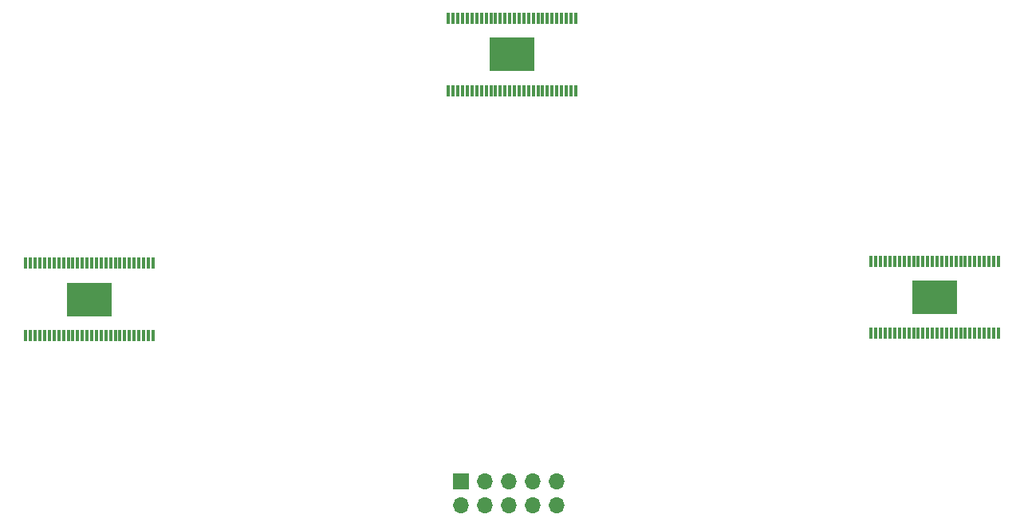
<source format=gbr>
%TF.GenerationSoftware,KiCad,Pcbnew,(5.1.10)-1*%
%TF.CreationDate,2021-06-01T20:39:27-04:00*%
%TF.ProjectId,HabitTracker - Copy (2),48616269-7454-4726-9163-6b6572202d20,rev?*%
%TF.SameCoordinates,Original*%
%TF.FileFunction,Soldermask,Bot*%
%TF.FilePolarity,Negative*%
%FSLAX46Y46*%
G04 Gerber Fmt 4.6, Leading zero omitted, Abs format (unit mm)*
G04 Created by KiCad (PCBNEW (5.1.10)-1) date 2021-06-01 20:39:27*
%MOMM*%
%LPD*%
G01*
G04 APERTURE LIST*
%ADD10R,4.700001X3.610000*%
%ADD11R,0.299999X1.270000*%
%ADD12R,1.700000X1.700000*%
%ADD13O,1.700000X1.700000*%
G04 APERTURE END LIST*
D10*
%TO.C,U2*%
X155025000Y-104500000D03*
D11*
X148275014Y-108322700D03*
X148775012Y-108322700D03*
X149275012Y-108322700D03*
X149775010Y-108322700D03*
X150275010Y-108322700D03*
X150775009Y-108322700D03*
X151275008Y-108322700D03*
X151775006Y-108322700D03*
X152275006Y-108322700D03*
X152775004Y-108322700D03*
X153275004Y-108322700D03*
X153775003Y-108322700D03*
X154275002Y-108322700D03*
X154775000Y-108322700D03*
X155275000Y-108322700D03*
X155774998Y-108322700D03*
X156274997Y-108322700D03*
X156774996Y-108322700D03*
X157274996Y-108322700D03*
X157774994Y-108322700D03*
X158274994Y-108322700D03*
X158774992Y-108322700D03*
X159274991Y-108322700D03*
X159774990Y-108322700D03*
X160274990Y-108322700D03*
X160774988Y-108322700D03*
X161274988Y-108322700D03*
X161774986Y-108322700D03*
X161774986Y-100677300D03*
X161274988Y-100677300D03*
X160774988Y-100677300D03*
X160274990Y-100677300D03*
X159774990Y-100677300D03*
X159274991Y-100677300D03*
X158774992Y-100677300D03*
X158274994Y-100677300D03*
X157774994Y-100677300D03*
X157274996Y-100677300D03*
X156774996Y-100677300D03*
X156274997Y-100677300D03*
X155774998Y-100677300D03*
X155275000Y-100677300D03*
X154775000Y-100677300D03*
X154275002Y-100677300D03*
X153775003Y-100677300D03*
X153275004Y-100677300D03*
X152775004Y-100677300D03*
X152275006Y-100677300D03*
X151775006Y-100677300D03*
X151275008Y-100677300D03*
X150775009Y-100677300D03*
X150275010Y-100677300D03*
X149775010Y-100677300D03*
X149275012Y-100677300D03*
X148775012Y-100677300D03*
X148275014Y-100677300D03*
%TD*%
D10*
%TO.C,U3*%
X199898000Y-130302081D03*
D11*
X193148014Y-134124781D03*
X193648012Y-134124781D03*
X194148012Y-134124781D03*
X194648010Y-134124781D03*
X195148010Y-134124781D03*
X195648009Y-134124781D03*
X196148008Y-134124781D03*
X196648006Y-134124781D03*
X197148006Y-134124781D03*
X197648004Y-134124781D03*
X198148004Y-134124781D03*
X198648003Y-134124781D03*
X199148002Y-134124781D03*
X199648000Y-134124781D03*
X200148000Y-134124781D03*
X200647998Y-134124781D03*
X201147997Y-134124781D03*
X201647996Y-134124781D03*
X202147996Y-134124781D03*
X202647994Y-134124781D03*
X203147994Y-134124781D03*
X203647992Y-134124781D03*
X204147991Y-134124781D03*
X204647990Y-134124781D03*
X205147990Y-134124781D03*
X205647988Y-134124781D03*
X206147988Y-134124781D03*
X206647986Y-134124781D03*
X206647986Y-126479381D03*
X206147988Y-126479381D03*
X205647988Y-126479381D03*
X205147990Y-126479381D03*
X204647990Y-126479381D03*
X204147991Y-126479381D03*
X203647992Y-126479381D03*
X203147994Y-126479381D03*
X202647994Y-126479381D03*
X202147996Y-126479381D03*
X201647996Y-126479381D03*
X201147997Y-126479381D03*
X200647998Y-126479381D03*
X200148000Y-126479381D03*
X199648000Y-126479381D03*
X199148002Y-126479381D03*
X198648003Y-126479381D03*
X198148004Y-126479381D03*
X197648004Y-126479381D03*
X197148006Y-126479381D03*
X196648006Y-126479381D03*
X196148008Y-126479381D03*
X195648009Y-126479381D03*
X195148010Y-126479381D03*
X194648010Y-126479381D03*
X194148012Y-126479381D03*
X193648012Y-126479381D03*
X193148014Y-126479381D03*
%TD*%
D10*
%TO.C,U1*%
X110150000Y-130500000D03*
D11*
X103400014Y-134322700D03*
X103900012Y-134322700D03*
X104400012Y-134322700D03*
X104900010Y-134322700D03*
X105400010Y-134322700D03*
X105900009Y-134322700D03*
X106400008Y-134322700D03*
X106900006Y-134322700D03*
X107400006Y-134322700D03*
X107900004Y-134322700D03*
X108400004Y-134322700D03*
X108900003Y-134322700D03*
X109400002Y-134322700D03*
X109900000Y-134322700D03*
X110400000Y-134322700D03*
X110899998Y-134322700D03*
X111399997Y-134322700D03*
X111899996Y-134322700D03*
X112399996Y-134322700D03*
X112899994Y-134322700D03*
X113399994Y-134322700D03*
X113899992Y-134322700D03*
X114399991Y-134322700D03*
X114899990Y-134322700D03*
X115399990Y-134322700D03*
X115899988Y-134322700D03*
X116399988Y-134322700D03*
X116899986Y-134322700D03*
X116899986Y-126677300D03*
X116399988Y-126677300D03*
X115899988Y-126677300D03*
X115399990Y-126677300D03*
X114899990Y-126677300D03*
X114399991Y-126677300D03*
X113899992Y-126677300D03*
X113399994Y-126677300D03*
X112899994Y-126677300D03*
X112399996Y-126677300D03*
X111899996Y-126677300D03*
X111399997Y-126677300D03*
X110899998Y-126677300D03*
X110400000Y-126677300D03*
X109900000Y-126677300D03*
X109400002Y-126677300D03*
X108900003Y-126677300D03*
X108400004Y-126677300D03*
X107900004Y-126677300D03*
X107400006Y-126677300D03*
X106900006Y-126677300D03*
X106400008Y-126677300D03*
X105900009Y-126677300D03*
X105400010Y-126677300D03*
X104900010Y-126677300D03*
X104400012Y-126677300D03*
X103900012Y-126677300D03*
X103400014Y-126677300D03*
%TD*%
D12*
%TO.C,J1*%
X149606000Y-149860000D03*
D13*
X149606000Y-152400000D03*
X152146000Y-149860000D03*
X152146000Y-152400000D03*
X154686000Y-149860000D03*
X154686000Y-152400000D03*
X157226000Y-149860000D03*
X157226000Y-152400000D03*
X159766000Y-149860000D03*
X159766000Y-152400000D03*
%TD*%
M02*

</source>
